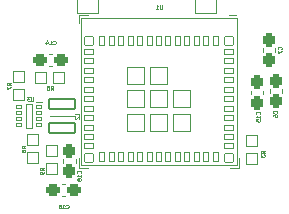
<source format=gbo>
%TF.GenerationSoftware,KiCad,Pcbnew,(7.0.0)*%
%TF.CreationDate,2023-10-08T10:20:03-07:00*%
%TF.ProjectId,Dot-LED,446f742d-4c45-4442-9e6b-696361645f70,rev?*%
%TF.SameCoordinates,Original*%
%TF.FileFunction,Legend,Bot*%
%TF.FilePolarity,Positive*%
%FSLAX46Y46*%
G04 Gerber Fmt 4.6, Leading zero omitted, Abs format (unit mm)*
G04 Created by KiCad (PCBNEW (7.0.0)) date 2023-10-08 10:20:03*
%MOMM*%
%LPD*%
G01*
G04 APERTURE LIST*
G04 Aperture macros list*
%AMRoundRect*
0 Rectangle with rounded corners*
0 $1 Rounding radius*
0 $2 $3 $4 $5 $6 $7 $8 $9 X,Y pos of 4 corners*
0 Add a 4 corners polygon primitive as box body*
4,1,4,$2,$3,$4,$5,$6,$7,$8,$9,$2,$3,0*
0 Add four circle primitives for the rounded corners*
1,1,$1+$1,$2,$3*
1,1,$1+$1,$4,$5*
1,1,$1+$1,$6,$7*
1,1,$1+$1,$8,$9*
0 Add four rect primitives between the rounded corners*
20,1,$1+$1,$2,$3,$4,$5,0*
20,1,$1+$1,$4,$5,$6,$7,0*
20,1,$1+$1,$6,$7,$8,$9,0*
20,1,$1+$1,$8,$9,$2,$3,0*%
%AMFreePoly0*
4,1,14,0.760355,0.760355,0.775000,0.725000,0.775000,-0.725000,0.760355,-0.760355,0.725000,-0.775000,-0.125000,-0.775000,-0.160355,-0.760355,-0.760355,-0.160355,-0.775000,-0.125000,-0.775000,0.725000,-0.760355,0.760355,-0.725000,0.775000,0.725000,0.775000,0.760355,0.760355,0.760355,0.760355,$1*%
G04 Aperture macros list end*
%ADD10C,0.082500*%
%ADD11C,0.125000*%
%ADD12C,3.890000*%
%ADD13C,1.300000*%
%ADD14RoundRect,0.050000X-1.250000X0.900000X-1.250000X-0.900000X1.250000X-0.900000X1.250000X0.900000X0*%
%ADD15RoundRect,0.050000X-0.900000X1.250000X-0.900000X-1.250000X0.900000X-1.250000X0.900000X1.250000X0*%
%ADD16C,0.750000*%
%ADD17O,1.050000X0.750000*%
%ADD18O,1.000000X2.000000*%
%ADD19O,1.100000X1.700000*%
%ADD20O,1.250000X0.900000*%
%ADD21RoundRect,0.287500X-0.237500X0.300000X-0.237500X-0.300000X0.237500X-0.300000X0.237500X0.300000X0*%
%ADD22RoundRect,0.050000X0.400000X-0.200000X0.400000X0.200000X-0.400000X0.200000X-0.400000X-0.200000X0*%
%ADD23RoundRect,0.050000X0.200000X0.400000X-0.200000X0.400000X-0.200000X-0.400000X0.200000X-0.400000X0*%
%ADD24RoundRect,0.050000X0.725000X-0.725000X0.725000X0.725000X-0.725000X0.725000X-0.725000X-0.725000X0*%
%ADD25FreePoly0,180.000000*%
%ADD26RoundRect,0.050000X0.350000X-0.350000X0.350000X0.350000X-0.350000X0.350000X-0.350000X-0.350000X0*%
%ADD27RoundRect,0.287500X0.300000X0.237500X-0.300000X0.237500X-0.300000X-0.237500X0.300000X-0.237500X0*%
%ADD28RoundRect,0.287500X0.237500X-0.300000X0.237500X0.300000X-0.237500X0.300000X-0.237500X-0.300000X0*%
%ADD29RoundRect,0.050000X-0.500000X0.450000X-0.500000X-0.450000X0.500000X-0.450000X0.500000X0.450000X0*%
%ADD30RoundRect,0.050000X0.500000X-0.450000X0.500000X0.450000X-0.500000X0.450000X-0.500000X-0.450000X0*%
%ADD31RoundRect,0.050000X0.237500X-0.150000X0.237500X0.150000X-0.237500X0.150000X-0.237500X-0.150000X0*%
%ADD32RoundRect,0.050000X0.450000X0.500000X-0.450000X0.500000X-0.450000X-0.500000X0.450000X-0.500000X0*%
%ADD33RoundRect,0.050000X1.100000X-0.425000X1.100000X0.425000X-1.100000X0.425000X-1.100000X-0.425000X0*%
G04 APERTURE END LIST*
D10*
%TO.C,C7*%
X138439807Y-52094999D02*
X138455521Y-52079285D01*
X138455521Y-52079285D02*
X138471235Y-52032142D01*
X138471235Y-52032142D02*
X138471235Y-52000714D01*
X138471235Y-52000714D02*
X138455521Y-51953571D01*
X138455521Y-51953571D02*
X138424092Y-51922142D01*
X138424092Y-51922142D02*
X138392664Y-51906428D01*
X138392664Y-51906428D02*
X138329807Y-51890714D01*
X138329807Y-51890714D02*
X138282664Y-51890714D01*
X138282664Y-51890714D02*
X138219807Y-51906428D01*
X138219807Y-51906428D02*
X138188378Y-51922142D01*
X138188378Y-51922142D02*
X138156950Y-51953571D01*
X138156950Y-51953571D02*
X138141235Y-52000714D01*
X138141235Y-52000714D02*
X138141235Y-52032142D01*
X138141235Y-52032142D02*
X138156950Y-52079285D01*
X138156950Y-52079285D02*
X138172664Y-52094999D01*
X138141235Y-52204999D02*
X138141235Y-52424999D01*
X138141235Y-52424999D02*
X138471235Y-52283571D01*
%TO.C,U1*%
X128326428Y-48366235D02*
X128326428Y-48633378D01*
X128326428Y-48633378D02*
X128310714Y-48664807D01*
X128310714Y-48664807D02*
X128295000Y-48680521D01*
X128295000Y-48680521D02*
X128263571Y-48696235D01*
X128263571Y-48696235D02*
X128200714Y-48696235D01*
X128200714Y-48696235D02*
X128169285Y-48680521D01*
X128169285Y-48680521D02*
X128153571Y-48664807D01*
X128153571Y-48664807D02*
X128137857Y-48633378D01*
X128137857Y-48633378D02*
X128137857Y-48366235D01*
X127807857Y-48696235D02*
X127996428Y-48696235D01*
X127902143Y-48696235D02*
X127902143Y-48366235D01*
X127902143Y-48366235D02*
X127933571Y-48413378D01*
X127933571Y-48413378D02*
X127965000Y-48444807D01*
X127965000Y-48444807D02*
X127996428Y-48460521D01*
%TO.C,C14*%
X119112143Y-51659807D02*
X119127857Y-51675521D01*
X119127857Y-51675521D02*
X119175000Y-51691235D01*
X119175000Y-51691235D02*
X119206428Y-51691235D01*
X119206428Y-51691235D02*
X119253571Y-51675521D01*
X119253571Y-51675521D02*
X119285000Y-51644092D01*
X119285000Y-51644092D02*
X119300714Y-51612664D01*
X119300714Y-51612664D02*
X119316428Y-51549807D01*
X119316428Y-51549807D02*
X119316428Y-51502664D01*
X119316428Y-51502664D02*
X119300714Y-51439807D01*
X119300714Y-51439807D02*
X119285000Y-51408378D01*
X119285000Y-51408378D02*
X119253571Y-51376950D01*
X119253571Y-51376950D02*
X119206428Y-51361235D01*
X119206428Y-51361235D02*
X119175000Y-51361235D01*
X119175000Y-51361235D02*
X119127857Y-51376950D01*
X119127857Y-51376950D02*
X119112143Y-51392664D01*
X118797857Y-51691235D02*
X118986428Y-51691235D01*
X118892143Y-51691235D02*
X118892143Y-51361235D01*
X118892143Y-51361235D02*
X118923571Y-51408378D01*
X118923571Y-51408378D02*
X118955000Y-51439807D01*
X118955000Y-51439807D02*
X118986428Y-51455521D01*
X118515000Y-51471235D02*
X118515000Y-51691235D01*
X118593571Y-51345521D02*
X118672142Y-51581235D01*
X118672142Y-51581235D02*
X118467857Y-51581235D01*
%TO.C,C18*%
X121439807Y-62587856D02*
X121455521Y-62572142D01*
X121455521Y-62572142D02*
X121471235Y-62524999D01*
X121471235Y-62524999D02*
X121471235Y-62493571D01*
X121471235Y-62493571D02*
X121455521Y-62446428D01*
X121455521Y-62446428D02*
X121424092Y-62414999D01*
X121424092Y-62414999D02*
X121392664Y-62399285D01*
X121392664Y-62399285D02*
X121329807Y-62383571D01*
X121329807Y-62383571D02*
X121282664Y-62383571D01*
X121282664Y-62383571D02*
X121219807Y-62399285D01*
X121219807Y-62399285D02*
X121188378Y-62414999D01*
X121188378Y-62414999D02*
X121156950Y-62446428D01*
X121156950Y-62446428D02*
X121141235Y-62493571D01*
X121141235Y-62493571D02*
X121141235Y-62524999D01*
X121141235Y-62524999D02*
X121156950Y-62572142D01*
X121156950Y-62572142D02*
X121172664Y-62587856D01*
X121471235Y-62902142D02*
X121471235Y-62713571D01*
X121471235Y-62807856D02*
X121141235Y-62807856D01*
X121141235Y-62807856D02*
X121188378Y-62776428D01*
X121188378Y-62776428D02*
X121219807Y-62744999D01*
X121219807Y-62744999D02*
X121235521Y-62713571D01*
X121282664Y-63090714D02*
X121266950Y-63059285D01*
X121266950Y-63059285D02*
X121251235Y-63043571D01*
X121251235Y-63043571D02*
X121219807Y-63027857D01*
X121219807Y-63027857D02*
X121204092Y-63027857D01*
X121204092Y-63027857D02*
X121172664Y-63043571D01*
X121172664Y-63043571D02*
X121156950Y-63059285D01*
X121156950Y-63059285D02*
X121141235Y-63090714D01*
X121141235Y-63090714D02*
X121141235Y-63153571D01*
X121141235Y-63153571D02*
X121156950Y-63185000D01*
X121156950Y-63185000D02*
X121172664Y-63200714D01*
X121172664Y-63200714D02*
X121204092Y-63216428D01*
X121204092Y-63216428D02*
X121219807Y-63216428D01*
X121219807Y-63216428D02*
X121251235Y-63200714D01*
X121251235Y-63200714D02*
X121266950Y-63185000D01*
X121266950Y-63185000D02*
X121282664Y-63153571D01*
X121282664Y-63153571D02*
X121282664Y-63090714D01*
X121282664Y-63090714D02*
X121298378Y-63059285D01*
X121298378Y-63059285D02*
X121314092Y-63043571D01*
X121314092Y-63043571D02*
X121345521Y-63027857D01*
X121345521Y-63027857D02*
X121408378Y-63027857D01*
X121408378Y-63027857D02*
X121439807Y-63043571D01*
X121439807Y-63043571D02*
X121455521Y-63059285D01*
X121455521Y-63059285D02*
X121471235Y-63090714D01*
X121471235Y-63090714D02*
X121471235Y-63153571D01*
X121471235Y-63153571D02*
X121455521Y-63185000D01*
X121455521Y-63185000D02*
X121439807Y-63200714D01*
X121439807Y-63200714D02*
X121408378Y-63216428D01*
X121408378Y-63216428D02*
X121345521Y-63216428D01*
X121345521Y-63216428D02*
X121314092Y-63200714D01*
X121314092Y-63200714D02*
X121298378Y-63185000D01*
X121298378Y-63185000D02*
X121282664Y-63153571D01*
%TO.C,R7*%
X115571235Y-55144999D02*
X115414092Y-55034999D01*
X115571235Y-54956428D02*
X115241235Y-54956428D01*
X115241235Y-54956428D02*
X115241235Y-55082142D01*
X115241235Y-55082142D02*
X115256950Y-55113571D01*
X115256950Y-55113571D02*
X115272664Y-55129285D01*
X115272664Y-55129285D02*
X115304092Y-55144999D01*
X115304092Y-55144999D02*
X115351235Y-55144999D01*
X115351235Y-55144999D02*
X115382664Y-55129285D01*
X115382664Y-55129285D02*
X115398378Y-55113571D01*
X115398378Y-55113571D02*
X115414092Y-55082142D01*
X115414092Y-55082142D02*
X115414092Y-54956428D01*
X115241235Y-55254999D02*
X115241235Y-55474999D01*
X115241235Y-55474999D02*
X115571235Y-55333571D01*
%TO.C,R9*%
X118321235Y-62344999D02*
X118164092Y-62234999D01*
X118321235Y-62156428D02*
X117991235Y-62156428D01*
X117991235Y-62156428D02*
X117991235Y-62282142D01*
X117991235Y-62282142D02*
X118006950Y-62313571D01*
X118006950Y-62313571D02*
X118022664Y-62329285D01*
X118022664Y-62329285D02*
X118054092Y-62344999D01*
X118054092Y-62344999D02*
X118101235Y-62344999D01*
X118101235Y-62344999D02*
X118132664Y-62329285D01*
X118132664Y-62329285D02*
X118148378Y-62313571D01*
X118148378Y-62313571D02*
X118164092Y-62282142D01*
X118164092Y-62282142D02*
X118164092Y-62156428D01*
X118321235Y-62502142D02*
X118321235Y-62564999D01*
X118321235Y-62564999D02*
X118305521Y-62596428D01*
X118305521Y-62596428D02*
X118289807Y-62612142D01*
X118289807Y-62612142D02*
X118242664Y-62643571D01*
X118242664Y-62643571D02*
X118179807Y-62659285D01*
X118179807Y-62659285D02*
X118054092Y-62659285D01*
X118054092Y-62659285D02*
X118022664Y-62643571D01*
X118022664Y-62643571D02*
X118006950Y-62627857D01*
X118006950Y-62627857D02*
X117991235Y-62596428D01*
X117991235Y-62596428D02*
X117991235Y-62533571D01*
X117991235Y-62533571D02*
X118006950Y-62502142D01*
X118006950Y-62502142D02*
X118022664Y-62486428D01*
X118022664Y-62486428D02*
X118054092Y-62470714D01*
X118054092Y-62470714D02*
X118132664Y-62470714D01*
X118132664Y-62470714D02*
X118164092Y-62486428D01*
X118164092Y-62486428D02*
X118179807Y-62502142D01*
X118179807Y-62502142D02*
X118195521Y-62533571D01*
X118195521Y-62533571D02*
X118195521Y-62596428D01*
X118195521Y-62596428D02*
X118179807Y-62627857D01*
X118179807Y-62627857D02*
X118164092Y-62643571D01*
X118164092Y-62643571D02*
X118132664Y-62659285D01*
%TO.C,C6*%
X138039807Y-57494999D02*
X138055521Y-57479285D01*
X138055521Y-57479285D02*
X138071235Y-57432142D01*
X138071235Y-57432142D02*
X138071235Y-57400714D01*
X138071235Y-57400714D02*
X138055521Y-57353571D01*
X138055521Y-57353571D02*
X138024092Y-57322142D01*
X138024092Y-57322142D02*
X137992664Y-57306428D01*
X137992664Y-57306428D02*
X137929807Y-57290714D01*
X137929807Y-57290714D02*
X137882664Y-57290714D01*
X137882664Y-57290714D02*
X137819807Y-57306428D01*
X137819807Y-57306428D02*
X137788378Y-57322142D01*
X137788378Y-57322142D02*
X137756950Y-57353571D01*
X137756950Y-57353571D02*
X137741235Y-57400714D01*
X137741235Y-57400714D02*
X137741235Y-57432142D01*
X137741235Y-57432142D02*
X137756950Y-57479285D01*
X137756950Y-57479285D02*
X137772664Y-57494999D01*
X137741235Y-57777857D02*
X137741235Y-57714999D01*
X137741235Y-57714999D02*
X137756950Y-57683571D01*
X137756950Y-57683571D02*
X137772664Y-57667857D01*
X137772664Y-57667857D02*
X137819807Y-57636428D01*
X137819807Y-57636428D02*
X137882664Y-57620714D01*
X137882664Y-57620714D02*
X138008378Y-57620714D01*
X138008378Y-57620714D02*
X138039807Y-57636428D01*
X138039807Y-57636428D02*
X138055521Y-57652142D01*
X138055521Y-57652142D02*
X138071235Y-57683571D01*
X138071235Y-57683571D02*
X138071235Y-57746428D01*
X138071235Y-57746428D02*
X138055521Y-57777857D01*
X138055521Y-57777857D02*
X138039807Y-57793571D01*
X138039807Y-57793571D02*
X138008378Y-57809285D01*
X138008378Y-57809285D02*
X137929807Y-57809285D01*
X137929807Y-57809285D02*
X137898378Y-57793571D01*
X137898378Y-57793571D02*
X137882664Y-57777857D01*
X137882664Y-57777857D02*
X137866950Y-57746428D01*
X137866950Y-57746428D02*
X137866950Y-57683571D01*
X137866950Y-57683571D02*
X137882664Y-57652142D01*
X137882664Y-57652142D02*
X137898378Y-57636428D01*
X137898378Y-57636428D02*
X137929807Y-57620714D01*
%TO.C,C16*%
X120212143Y-65539807D02*
X120227857Y-65555521D01*
X120227857Y-65555521D02*
X120275000Y-65571235D01*
X120275000Y-65571235D02*
X120306428Y-65571235D01*
X120306428Y-65571235D02*
X120353571Y-65555521D01*
X120353571Y-65555521D02*
X120385000Y-65524092D01*
X120385000Y-65524092D02*
X120400714Y-65492664D01*
X120400714Y-65492664D02*
X120416428Y-65429807D01*
X120416428Y-65429807D02*
X120416428Y-65382664D01*
X120416428Y-65382664D02*
X120400714Y-65319807D01*
X120400714Y-65319807D02*
X120385000Y-65288378D01*
X120385000Y-65288378D02*
X120353571Y-65256950D01*
X120353571Y-65256950D02*
X120306428Y-65241235D01*
X120306428Y-65241235D02*
X120275000Y-65241235D01*
X120275000Y-65241235D02*
X120227857Y-65256950D01*
X120227857Y-65256950D02*
X120212143Y-65272664D01*
X119897857Y-65571235D02*
X120086428Y-65571235D01*
X119992143Y-65571235D02*
X119992143Y-65241235D01*
X119992143Y-65241235D02*
X120023571Y-65288378D01*
X120023571Y-65288378D02*
X120055000Y-65319807D01*
X120055000Y-65319807D02*
X120086428Y-65335521D01*
X119615000Y-65241235D02*
X119677857Y-65241235D01*
X119677857Y-65241235D02*
X119709285Y-65256950D01*
X119709285Y-65256950D02*
X119725000Y-65272664D01*
X119725000Y-65272664D02*
X119756428Y-65319807D01*
X119756428Y-65319807D02*
X119772142Y-65382664D01*
X119772142Y-65382664D02*
X119772142Y-65508378D01*
X119772142Y-65508378D02*
X119756428Y-65539807D01*
X119756428Y-65539807D02*
X119740714Y-65555521D01*
X119740714Y-65555521D02*
X119709285Y-65571235D01*
X119709285Y-65571235D02*
X119646428Y-65571235D01*
X119646428Y-65571235D02*
X119615000Y-65555521D01*
X119615000Y-65555521D02*
X119599285Y-65539807D01*
X119599285Y-65539807D02*
X119583571Y-65508378D01*
X119583571Y-65508378D02*
X119583571Y-65429807D01*
X119583571Y-65429807D02*
X119599285Y-65398378D01*
X119599285Y-65398378D02*
X119615000Y-65382664D01*
X119615000Y-65382664D02*
X119646428Y-65366950D01*
X119646428Y-65366950D02*
X119709285Y-65366950D01*
X119709285Y-65366950D02*
X119740714Y-65382664D01*
X119740714Y-65382664D02*
X119756428Y-65398378D01*
X119756428Y-65398378D02*
X119772142Y-65429807D01*
%TO.C,R3*%
X137021235Y-60894999D02*
X136864092Y-60784999D01*
X137021235Y-60706428D02*
X136691235Y-60706428D01*
X136691235Y-60706428D02*
X136691235Y-60832142D01*
X136691235Y-60832142D02*
X136706950Y-60863571D01*
X136706950Y-60863571D02*
X136722664Y-60879285D01*
X136722664Y-60879285D02*
X136754092Y-60894999D01*
X136754092Y-60894999D02*
X136801235Y-60894999D01*
X136801235Y-60894999D02*
X136832664Y-60879285D01*
X136832664Y-60879285D02*
X136848378Y-60863571D01*
X136848378Y-60863571D02*
X136864092Y-60832142D01*
X136864092Y-60832142D02*
X136864092Y-60706428D01*
X136691235Y-61004999D02*
X136691235Y-61209285D01*
X136691235Y-61209285D02*
X136816950Y-61099285D01*
X136816950Y-61099285D02*
X136816950Y-61146428D01*
X136816950Y-61146428D02*
X136832664Y-61177857D01*
X136832664Y-61177857D02*
X136848378Y-61193571D01*
X136848378Y-61193571D02*
X136879807Y-61209285D01*
X136879807Y-61209285D02*
X136958378Y-61209285D01*
X136958378Y-61209285D02*
X136989807Y-61193571D01*
X136989807Y-61193571D02*
X137005521Y-61177857D01*
X137005521Y-61177857D02*
X137021235Y-61146428D01*
X137021235Y-61146428D02*
X137021235Y-61052142D01*
X137021235Y-61052142D02*
X137005521Y-61020714D01*
X137005521Y-61020714D02*
X136989807Y-61004999D01*
%TO.C,R8*%
X116771235Y-60494999D02*
X116614092Y-60384999D01*
X116771235Y-60306428D02*
X116441235Y-60306428D01*
X116441235Y-60306428D02*
X116441235Y-60432142D01*
X116441235Y-60432142D02*
X116456950Y-60463571D01*
X116456950Y-60463571D02*
X116472664Y-60479285D01*
X116472664Y-60479285D02*
X116504092Y-60494999D01*
X116504092Y-60494999D02*
X116551235Y-60494999D01*
X116551235Y-60494999D02*
X116582664Y-60479285D01*
X116582664Y-60479285D02*
X116598378Y-60463571D01*
X116598378Y-60463571D02*
X116614092Y-60432142D01*
X116614092Y-60432142D02*
X116614092Y-60306428D01*
X116582664Y-60683571D02*
X116566950Y-60652142D01*
X116566950Y-60652142D02*
X116551235Y-60636428D01*
X116551235Y-60636428D02*
X116519807Y-60620714D01*
X116519807Y-60620714D02*
X116504092Y-60620714D01*
X116504092Y-60620714D02*
X116472664Y-60636428D01*
X116472664Y-60636428D02*
X116456950Y-60652142D01*
X116456950Y-60652142D02*
X116441235Y-60683571D01*
X116441235Y-60683571D02*
X116441235Y-60746428D01*
X116441235Y-60746428D02*
X116456950Y-60777857D01*
X116456950Y-60777857D02*
X116472664Y-60793571D01*
X116472664Y-60793571D02*
X116504092Y-60809285D01*
X116504092Y-60809285D02*
X116519807Y-60809285D01*
X116519807Y-60809285D02*
X116551235Y-60793571D01*
X116551235Y-60793571D02*
X116566950Y-60777857D01*
X116566950Y-60777857D02*
X116582664Y-60746428D01*
X116582664Y-60746428D02*
X116582664Y-60683571D01*
X116582664Y-60683571D02*
X116598378Y-60652142D01*
X116598378Y-60652142D02*
X116614092Y-60636428D01*
X116614092Y-60636428D02*
X116645521Y-60620714D01*
X116645521Y-60620714D02*
X116708378Y-60620714D01*
X116708378Y-60620714D02*
X116739807Y-60636428D01*
X116739807Y-60636428D02*
X116755521Y-60652142D01*
X116755521Y-60652142D02*
X116771235Y-60683571D01*
X116771235Y-60683571D02*
X116771235Y-60746428D01*
X116771235Y-60746428D02*
X116755521Y-60777857D01*
X116755521Y-60777857D02*
X116739807Y-60793571D01*
X116739807Y-60793571D02*
X116708378Y-60809285D01*
X116708378Y-60809285D02*
X116645521Y-60809285D01*
X116645521Y-60809285D02*
X116614092Y-60793571D01*
X116614092Y-60793571D02*
X116598378Y-60777857D01*
X116598378Y-60777857D02*
X116582664Y-60746428D01*
%TO.C,U3*%
X117451428Y-56141235D02*
X117451428Y-56408378D01*
X117451428Y-56408378D02*
X117435714Y-56439807D01*
X117435714Y-56439807D02*
X117420000Y-56455521D01*
X117420000Y-56455521D02*
X117388571Y-56471235D01*
X117388571Y-56471235D02*
X117325714Y-56471235D01*
X117325714Y-56471235D02*
X117294285Y-56455521D01*
X117294285Y-56455521D02*
X117278571Y-56439807D01*
X117278571Y-56439807D02*
X117262857Y-56408378D01*
X117262857Y-56408378D02*
X117262857Y-56141235D01*
X117137143Y-56141235D02*
X116932857Y-56141235D01*
X116932857Y-56141235D02*
X117042857Y-56266950D01*
X117042857Y-56266950D02*
X116995714Y-56266950D01*
X116995714Y-56266950D02*
X116964286Y-56282664D01*
X116964286Y-56282664D02*
X116948571Y-56298378D01*
X116948571Y-56298378D02*
X116932857Y-56329807D01*
X116932857Y-56329807D02*
X116932857Y-56408378D01*
X116932857Y-56408378D02*
X116948571Y-56439807D01*
X116948571Y-56439807D02*
X116964286Y-56455521D01*
X116964286Y-56455521D02*
X116995714Y-56471235D01*
X116995714Y-56471235D02*
X117090000Y-56471235D01*
X117090000Y-56471235D02*
X117121428Y-56455521D01*
X117121428Y-56455521D02*
X117137143Y-56439807D01*
%TO.C,C15*%
X136589807Y-57587856D02*
X136605521Y-57572142D01*
X136605521Y-57572142D02*
X136621235Y-57524999D01*
X136621235Y-57524999D02*
X136621235Y-57493571D01*
X136621235Y-57493571D02*
X136605521Y-57446428D01*
X136605521Y-57446428D02*
X136574092Y-57414999D01*
X136574092Y-57414999D02*
X136542664Y-57399285D01*
X136542664Y-57399285D02*
X136479807Y-57383571D01*
X136479807Y-57383571D02*
X136432664Y-57383571D01*
X136432664Y-57383571D02*
X136369807Y-57399285D01*
X136369807Y-57399285D02*
X136338378Y-57414999D01*
X136338378Y-57414999D02*
X136306950Y-57446428D01*
X136306950Y-57446428D02*
X136291235Y-57493571D01*
X136291235Y-57493571D02*
X136291235Y-57524999D01*
X136291235Y-57524999D02*
X136306950Y-57572142D01*
X136306950Y-57572142D02*
X136322664Y-57587856D01*
X136621235Y-57902142D02*
X136621235Y-57713571D01*
X136621235Y-57807856D02*
X136291235Y-57807856D01*
X136291235Y-57807856D02*
X136338378Y-57776428D01*
X136338378Y-57776428D02*
X136369807Y-57744999D01*
X136369807Y-57744999D02*
X136385521Y-57713571D01*
X136291235Y-58200714D02*
X136291235Y-58043571D01*
X136291235Y-58043571D02*
X136448378Y-58027857D01*
X136448378Y-58027857D02*
X136432664Y-58043571D01*
X136432664Y-58043571D02*
X136416950Y-58075000D01*
X136416950Y-58075000D02*
X136416950Y-58153571D01*
X136416950Y-58153571D02*
X136432664Y-58185000D01*
X136432664Y-58185000D02*
X136448378Y-58200714D01*
X136448378Y-58200714D02*
X136479807Y-58216428D01*
X136479807Y-58216428D02*
X136558378Y-58216428D01*
X136558378Y-58216428D02*
X136589807Y-58200714D01*
X136589807Y-58200714D02*
X136605521Y-58185000D01*
X136605521Y-58185000D02*
X136621235Y-58153571D01*
X136621235Y-58153571D02*
X136621235Y-58075000D01*
X136621235Y-58075000D02*
X136605521Y-58043571D01*
X136605521Y-58043571D02*
X136589807Y-58027857D01*
%TO.C,R6*%
X118905000Y-55521235D02*
X119015000Y-55364092D01*
X119093571Y-55521235D02*
X119093571Y-55191235D01*
X119093571Y-55191235D02*
X118967857Y-55191235D01*
X118967857Y-55191235D02*
X118936428Y-55206950D01*
X118936428Y-55206950D02*
X118920714Y-55222664D01*
X118920714Y-55222664D02*
X118905000Y-55254092D01*
X118905000Y-55254092D02*
X118905000Y-55301235D01*
X118905000Y-55301235D02*
X118920714Y-55332664D01*
X118920714Y-55332664D02*
X118936428Y-55348378D01*
X118936428Y-55348378D02*
X118967857Y-55364092D01*
X118967857Y-55364092D02*
X119093571Y-55364092D01*
X118622143Y-55191235D02*
X118685000Y-55191235D01*
X118685000Y-55191235D02*
X118716428Y-55206950D01*
X118716428Y-55206950D02*
X118732143Y-55222664D01*
X118732143Y-55222664D02*
X118763571Y-55269807D01*
X118763571Y-55269807D02*
X118779285Y-55332664D01*
X118779285Y-55332664D02*
X118779285Y-55458378D01*
X118779285Y-55458378D02*
X118763571Y-55489807D01*
X118763571Y-55489807D02*
X118747857Y-55505521D01*
X118747857Y-55505521D02*
X118716428Y-55521235D01*
X118716428Y-55521235D02*
X118653571Y-55521235D01*
X118653571Y-55521235D02*
X118622143Y-55505521D01*
X118622143Y-55505521D02*
X118606428Y-55489807D01*
X118606428Y-55489807D02*
X118590714Y-55458378D01*
X118590714Y-55458378D02*
X118590714Y-55379807D01*
X118590714Y-55379807D02*
X118606428Y-55348378D01*
X118606428Y-55348378D02*
X118622143Y-55332664D01*
X118622143Y-55332664D02*
X118653571Y-55316950D01*
X118653571Y-55316950D02*
X118716428Y-55316950D01*
X118716428Y-55316950D02*
X118747857Y-55332664D01*
X118747857Y-55332664D02*
X118763571Y-55348378D01*
X118763571Y-55348378D02*
X118779285Y-55379807D01*
%TO.C,L2*%
X121271235Y-57695000D02*
X121271235Y-57537857D01*
X121271235Y-57537857D02*
X120941235Y-57537857D01*
X120972664Y-57789286D02*
X120956950Y-57805000D01*
X120956950Y-57805000D02*
X120941235Y-57836429D01*
X120941235Y-57836429D02*
X120941235Y-57915000D01*
X120941235Y-57915000D02*
X120956950Y-57946429D01*
X120956950Y-57946429D02*
X120972664Y-57962143D01*
X120972664Y-57962143D02*
X121004092Y-57977857D01*
X121004092Y-57977857D02*
X121035521Y-57977857D01*
X121035521Y-57977857D02*
X121082664Y-57962143D01*
X121082664Y-57962143D02*
X121271235Y-57773571D01*
X121271235Y-57773571D02*
X121271235Y-57977857D01*
D11*
%TO.C,C7*%
X137910000Y-52003733D02*
X137910000Y-52296267D01*
X136890000Y-52003733D02*
X136890000Y-52296267D01*
%TO.C,U1*%
X134875000Y-62125000D02*
X134075000Y-62125000D01*
X134875000Y-61325000D02*
X134875000Y-62125000D01*
X134675000Y-61925000D02*
X134675000Y-49425000D01*
X134675000Y-49425000D02*
X121475000Y-49425000D01*
X134000000Y-49225000D02*
X134850000Y-49225000D01*
X122025000Y-49225000D02*
X121275000Y-49225000D01*
X121475000Y-61925000D02*
X134675000Y-61925000D01*
X121475000Y-49425000D02*
X121475000Y-61925000D01*
X121275000Y-62125000D02*
X122075000Y-62125000D01*
X121275000Y-61325000D02*
X121275000Y-62125000D01*
X121275000Y-49225000D02*
X121275000Y-49875000D01*
%TO.C,C14*%
X119046267Y-53510000D02*
X118753733Y-53510000D01*
X119046267Y-52490000D02*
X118753733Y-52490000D01*
%TO.C,C18*%
X119990000Y-61696267D02*
X119990000Y-61403733D01*
X121010000Y-61696267D02*
X121010000Y-61403733D01*
%TO.C,C6*%
X137440000Y-55796267D02*
X137440000Y-55503733D01*
X138460000Y-55796267D02*
X138460000Y-55503733D01*
%TO.C,C16*%
X120146267Y-64560000D02*
X119853733Y-64560000D01*
X120146267Y-63540000D02*
X119853733Y-63540000D01*
%TO.C,U3*%
X118163000Y-56600000D02*
X117688000Y-56600000D01*
X117338000Y-58800000D02*
X117338000Y-56700000D01*
X117338000Y-56700000D02*
X116838000Y-56700000D01*
X116838000Y-58800000D02*
X117338000Y-58800000D01*
X116838000Y-56700000D02*
X116838000Y-58800000D01*
%TO.C,C15*%
X136910000Y-55603733D02*
X136910000Y-55896267D01*
X135890000Y-55603733D02*
X135890000Y-55896267D01*
%TO.C,L2*%
X120850000Y-57750000D02*
X118850000Y-57750000D01*
%TD*%
%LPC*%
D12*
%TO.C,RX1*%
X136400000Y-48250000D03*
%TD*%
D13*
%TO.C,CON1*%
X132050000Y-40300000D03*
X122050000Y-40300000D03*
X132050000Y-42800000D03*
X122050000Y-42800000D03*
X127050000Y-47800000D03*
D14*
X127050000Y-42800000D03*
D15*
X122050000Y-47800000D03*
X132050000Y-47800000D03*
%TD*%
D16*
%TO.C,P1*%
X123150000Y-64800000D03*
D17*
X130349999Y-64799999D03*
D16*
X129550000Y-65450000D03*
X129150000Y-66150000D03*
X128350000Y-66150000D03*
X127950000Y-65450000D03*
X127550000Y-66150000D03*
X127150000Y-65450000D03*
X126350000Y-65450000D03*
X125950000Y-66150000D03*
X125550000Y-65450000D03*
X125150000Y-66150000D03*
X124350000Y-66150000D03*
X123950000Y-65450000D03*
D18*
X122249999Y-68564999D03*
D19*
X122529999Y-66049999D03*
D20*
X122904999Y-63249999D03*
X130594999Y-63249999D03*
D19*
X130969999Y-66049999D03*
D18*
X131249999Y-68564999D03*
%TD*%
D12*
%TO.C,GND2*%
X135000000Y-65050000D03*
%TD*%
%TO.C,TX1*%
X117750000Y-48550000D03*
%TD*%
D21*
%TO.C,C7*%
X137400000Y-51287500D03*
X137400000Y-53012500D03*
%TD*%
D22*
%TO.C,U1*%
X133975000Y-52325000D03*
X133975000Y-53125000D03*
X133975000Y-53925000D03*
X133975000Y-54725000D03*
X133975000Y-55525000D03*
X133975000Y-56325000D03*
X133975000Y-57125000D03*
X133975000Y-57925000D03*
X133975000Y-58725000D03*
X133975000Y-59525000D03*
X133975000Y-60325000D03*
D23*
X132875000Y-61225000D03*
X132075000Y-61225000D03*
X131275000Y-61225000D03*
X130475000Y-61225000D03*
X129675000Y-61225000D03*
X128875000Y-61225000D03*
X128075000Y-61225000D03*
X127275000Y-61225000D03*
X126475000Y-61225000D03*
X125675000Y-61225000D03*
X124875000Y-61225000D03*
X124075000Y-61225000D03*
X123275000Y-61225000D03*
D22*
X122175000Y-60325000D03*
X122175000Y-59525000D03*
X122175000Y-58725000D03*
X122175000Y-57925000D03*
X122175000Y-57125000D03*
X122175000Y-56325000D03*
X122175000Y-55525000D03*
X122175000Y-54725000D03*
X122175000Y-53925000D03*
X122175000Y-53125000D03*
X122175000Y-52325000D03*
D23*
X123275000Y-51425000D03*
X124075000Y-51425000D03*
X124875000Y-51425000D03*
X125675000Y-51425000D03*
X126475000Y-51425000D03*
X127275000Y-51425000D03*
X128075000Y-51425000D03*
X128875000Y-51425000D03*
X129675000Y-51425000D03*
X130475000Y-51425000D03*
X131275000Y-51425000D03*
X132075000Y-51425000D03*
X132875000Y-51425000D03*
D24*
X130050000Y-58300000D03*
X130050000Y-56325000D03*
D25*
X130050000Y-54350000D03*
D24*
X128075000Y-58300000D03*
X128075000Y-56325000D03*
X128075000Y-54350000D03*
X126100000Y-58300000D03*
X126100000Y-56325000D03*
X126100000Y-54350000D03*
D26*
X122125000Y-51375000D03*
X122125000Y-61275000D03*
X134025000Y-61275000D03*
X134025000Y-51375000D03*
%TD*%
D27*
%TO.C,C14*%
X119762500Y-53000000D03*
X118037500Y-53000000D03*
%TD*%
D28*
%TO.C,C18*%
X120500000Y-62412500D03*
X120500000Y-60687500D03*
%TD*%
D29*
%TO.C,R7*%
X116250000Y-54450000D03*
X116250000Y-55950000D03*
%TD*%
%TO.C,R9*%
X119000000Y-60750000D03*
X119000000Y-62250000D03*
%TD*%
D28*
%TO.C,C6*%
X137950000Y-56512500D03*
X137950000Y-54787500D03*
%TD*%
D27*
%TO.C,C16*%
X120862500Y-64050000D03*
X119137500Y-64050000D03*
%TD*%
D30*
%TO.C,R3*%
X135950000Y-61400000D03*
X135950000Y-59900000D03*
%TD*%
D29*
%TO.C,R8*%
X117450000Y-59800000D03*
X117450000Y-61300000D03*
%TD*%
D31*
%TO.C,U3*%
X117926000Y-57000000D03*
X117926000Y-57500000D03*
X117926000Y-58000000D03*
X117926000Y-58500000D03*
X116250000Y-58500000D03*
X116250000Y-58000000D03*
X116250000Y-57500000D03*
X116250000Y-57000000D03*
%TD*%
D21*
%TO.C,C15*%
X136400000Y-54887500D03*
X136400000Y-56612500D03*
%TD*%
D32*
%TO.C,R6*%
X119600000Y-54500000D03*
X118100000Y-54500000D03*
%TD*%
D33*
%TO.C,L2*%
X119850000Y-58775000D03*
X119850000Y-56725000D03*
%TD*%
M02*

</source>
